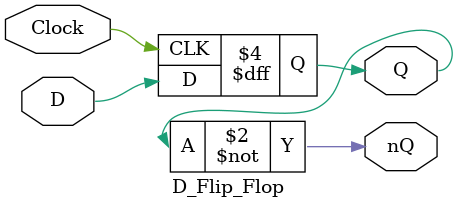
<source format=v>
module D_Flip_Flop(
    input D, Clock,
    output reg Q,
    output nQ
);
    initial begin
        Q <= 0;
    end

    always @(posedge Clock) begin
        Q <= D;
    end
    
    assign nQ = ~Q; 

endmodule
</source>
